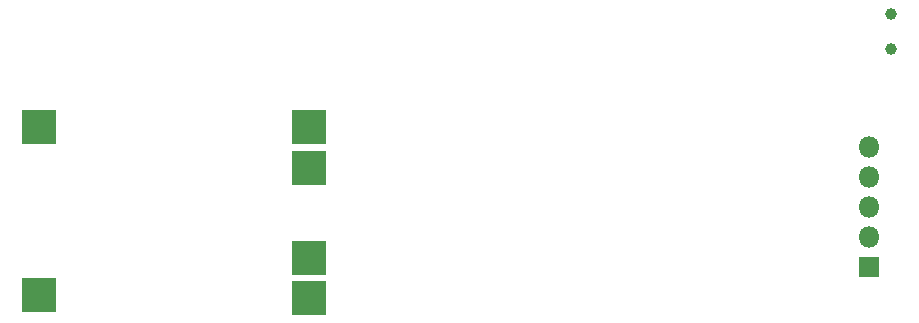
<source format=gbs>
G04 #@! TF.GenerationSoftware,KiCad,Pcbnew,(5.1.6)-1*
G04 #@! TF.CreationDate,2021-05-09T16:16:57+05:30*
G04 #@! TF.ProjectId,keychain,6b657963-6861-4696-9e2e-6b696361645f,rev?*
G04 #@! TF.SameCoordinates,Original*
G04 #@! TF.FileFunction,Soldermask,Bot*
G04 #@! TF.FilePolarity,Negative*
%FSLAX46Y46*%
G04 Gerber Fmt 4.6, Leading zero omitted, Abs format (unit mm)*
G04 Created by KiCad (PCBNEW (5.1.6)-1) date 2021-05-09 16:16:57*
%MOMM*%
%LPD*%
G01*
G04 APERTURE LIST*
%ADD10C,1.000000*%
%ADD11O,1.800000X1.800000*%
%ADD12R,1.800000X1.800000*%
%ADD13R,2.900000X2.900000*%
G04 APERTURE END LIST*
D10*
X123830000Y-149500000D03*
X123830000Y-152500000D03*
D11*
X122000000Y-160840000D03*
X122000000Y-163380000D03*
X122000000Y-165920000D03*
X122000000Y-168460000D03*
D12*
X122000000Y-171000000D03*
D13*
X51700000Y-159100000D03*
X51700000Y-173300000D03*
X74600000Y-159100000D03*
X74600000Y-173600000D03*
X74600000Y-162600000D03*
X74600000Y-170200000D03*
M02*

</source>
